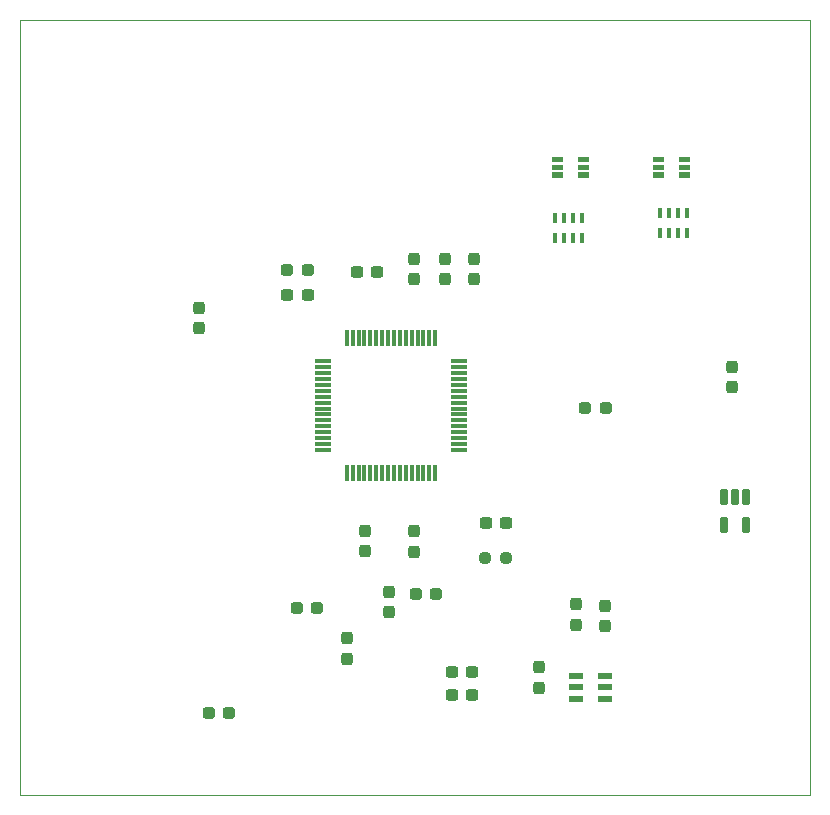
<source format=gbr>
%TF.GenerationSoftware,KiCad,Pcbnew,7.0.10*%
%TF.CreationDate,2024-03-16T23:25:40+05:30*%
%TF.ProjectId,breakout,62726561-6b6f-4757-942e-6b696361645f,rev?*%
%TF.SameCoordinates,Original*%
%TF.FileFunction,Paste,Top*%
%TF.FilePolarity,Positive*%
%FSLAX46Y46*%
G04 Gerber Fmt 4.6, Leading zero omitted, Abs format (unit mm)*
G04 Created by KiCad (PCBNEW 7.0.10) date 2024-03-16 23:25:40*
%MOMM*%
%LPD*%
G01*
G04 APERTURE LIST*
G04 Aperture macros list*
%AMRoundRect*
0 Rectangle with rounded corners*
0 $1 Rounding radius*
0 $2 $3 $4 $5 $6 $7 $8 $9 X,Y pos of 4 corners*
0 Add a 4 corners polygon primitive as box body*
4,1,4,$2,$3,$4,$5,$6,$7,$8,$9,$2,$3,0*
0 Add four circle primitives for the rounded corners*
1,1,$1+$1,$2,$3*
1,1,$1+$1,$4,$5*
1,1,$1+$1,$6,$7*
1,1,$1+$1,$8,$9*
0 Add four rect primitives between the rounded corners*
20,1,$1+$1,$2,$3,$4,$5,0*
20,1,$1+$1,$4,$5,$6,$7,0*
20,1,$1+$1,$6,$7,$8,$9,0*
20,1,$1+$1,$8,$9,$2,$3,0*%
G04 Aperture macros list end*
%ADD10C,0.010000*%
%ADD11RoundRect,0.237500X0.237500X-0.287500X0.237500X0.287500X-0.237500X0.287500X-0.237500X-0.287500X0*%
%ADD12RoundRect,0.237500X0.287500X0.237500X-0.287500X0.237500X-0.287500X-0.237500X0.287500X-0.237500X0*%
%ADD13RoundRect,0.237500X0.300000X0.237500X-0.300000X0.237500X-0.300000X-0.237500X0.300000X-0.237500X0*%
%ADD14R,0.460000X0.890000*%
%ADD15RoundRect,0.237500X0.250000X0.237500X-0.250000X0.237500X-0.250000X-0.237500X0.250000X-0.237500X0*%
%ADD16RoundRect,0.237500X0.237500X-0.300000X0.237500X0.300000X-0.237500X0.300000X-0.237500X-0.300000X0*%
%ADD17R,1.475000X0.300000*%
%ADD18R,0.300000X1.475000*%
%ADD19RoundRect,0.040600X0.564400X0.249400X-0.564400X0.249400X-0.564400X-0.249400X0.564400X-0.249400X0*%
%ADD20RoundRect,0.060000X0.240000X0.615000X-0.240000X0.615000X-0.240000X-0.615000X0.240000X-0.615000X0*%
%ADD21RoundRect,0.237500X-0.237500X0.287500X-0.237500X-0.287500X0.237500X-0.287500X0.237500X0.287500X0*%
%ADD22RoundRect,0.237500X-0.237500X0.300000X-0.237500X-0.300000X0.237500X-0.300000X0.237500X0.300000X0*%
%ADD23RoundRect,0.237500X-0.300000X-0.237500X0.300000X-0.237500X0.300000X0.237500X-0.300000X0.237500X0*%
%TA.AperFunction,Profile*%
%ADD24C,0.050000*%
%TD*%
G04 APERTURE END LIST*
%TO.C,D2*%
D10*
X90529200Y-41293400D02*
X89679200Y-41293400D01*
X89679200Y-40943400D01*
X90529200Y-40943400D01*
X90529200Y-41293400D01*
G36*
X90529200Y-41293400D02*
G01*
X89679200Y-41293400D01*
X89679200Y-40943400D01*
X90529200Y-40943400D01*
X90529200Y-41293400D01*
G37*
X90529200Y-41943400D02*
X89679200Y-41943400D01*
X89679200Y-41593400D01*
X90529200Y-41593400D01*
X90529200Y-41943400D01*
G36*
X90529200Y-41943400D02*
G01*
X89679200Y-41943400D01*
X89679200Y-41593400D01*
X90529200Y-41593400D01*
X90529200Y-41943400D01*
G37*
X90529200Y-42593400D02*
X89679200Y-42593400D01*
X89679200Y-42243400D01*
X90529200Y-42243400D01*
X90529200Y-42593400D01*
G36*
X90529200Y-42593400D02*
G01*
X89679200Y-42593400D01*
X89679200Y-42243400D01*
X90529200Y-42243400D01*
X90529200Y-42593400D01*
G37*
X92729200Y-41293400D02*
X91879200Y-41293400D01*
X91879200Y-40943400D01*
X92729200Y-40943400D01*
X92729200Y-41293400D01*
G36*
X92729200Y-41293400D02*
G01*
X91879200Y-41293400D01*
X91879200Y-40943400D01*
X92729200Y-40943400D01*
X92729200Y-41293400D01*
G37*
X92729200Y-41943400D02*
X91879200Y-41943400D01*
X91879200Y-41593400D01*
X92729200Y-41593400D01*
X92729200Y-41943400D01*
G36*
X92729200Y-41943400D02*
G01*
X91879200Y-41943400D01*
X91879200Y-41593400D01*
X92729200Y-41593400D01*
X92729200Y-41943400D01*
G37*
X92729200Y-42593400D02*
X91879200Y-42593400D01*
X91879200Y-42243400D01*
X92729200Y-42243400D01*
X92729200Y-42593400D01*
G36*
X92729200Y-42593400D02*
G01*
X91879200Y-42593400D01*
X91879200Y-42243400D01*
X92729200Y-42243400D01*
X92729200Y-42593400D01*
G37*
%TO.C,D1*%
X99047300Y-41283000D02*
X98197300Y-41283000D01*
X98197300Y-40933000D01*
X99047300Y-40933000D01*
X99047300Y-41283000D01*
G36*
X99047300Y-41283000D02*
G01*
X98197300Y-41283000D01*
X98197300Y-40933000D01*
X99047300Y-40933000D01*
X99047300Y-41283000D01*
G37*
X99047300Y-41933000D02*
X98197300Y-41933000D01*
X98197300Y-41583000D01*
X99047300Y-41583000D01*
X99047300Y-41933000D01*
G36*
X99047300Y-41933000D02*
G01*
X98197300Y-41933000D01*
X98197300Y-41583000D01*
X99047300Y-41583000D01*
X99047300Y-41933000D01*
G37*
X99047300Y-42583000D02*
X98197300Y-42583000D01*
X98197300Y-42233000D01*
X99047300Y-42233000D01*
X99047300Y-42583000D01*
G36*
X99047300Y-42583000D02*
G01*
X98197300Y-42583000D01*
X98197300Y-42233000D01*
X99047300Y-42233000D01*
X99047300Y-42583000D01*
G37*
X101247300Y-41283000D02*
X100397300Y-41283000D01*
X100397300Y-40933000D01*
X101247300Y-40933000D01*
X101247300Y-41283000D01*
G36*
X101247300Y-41283000D02*
G01*
X100397300Y-41283000D01*
X100397300Y-40933000D01*
X101247300Y-40933000D01*
X101247300Y-41283000D01*
G37*
X101247300Y-41933000D02*
X100397300Y-41933000D01*
X100397300Y-41583000D01*
X101247300Y-41583000D01*
X101247300Y-41933000D01*
G36*
X101247300Y-41933000D02*
G01*
X100397300Y-41933000D01*
X100397300Y-41583000D01*
X101247300Y-41583000D01*
X101247300Y-41933000D01*
G37*
X101247300Y-42583000D02*
X100397300Y-42583000D01*
X100397300Y-42233000D01*
X101247300Y-42233000D01*
X101247300Y-42583000D01*
G36*
X101247300Y-42583000D02*
G01*
X100397300Y-42583000D01*
X100397300Y-42233000D01*
X101247300Y-42233000D01*
X101247300Y-42583000D01*
G37*
%TD*%
D11*
%TO.C,FB11*%
X72300000Y-83425000D03*
X72300000Y-81675000D03*
%TD*%
%TO.C,FB10*%
X104950000Y-60425000D03*
X104950000Y-58675000D03*
%TD*%
D12*
%TO.C,FB9*%
X69825000Y-79100000D03*
X68075000Y-79100000D03*
%TD*%
D13*
%TO.C,C41*%
X74862500Y-50650000D03*
X73137500Y-50650000D03*
%TD*%
D12*
%TO.C,FB4*%
X69025000Y-50500000D03*
X67275000Y-50500000D03*
%TD*%
D14*
%TO.C,C2*%
X92190000Y-46125000D03*
X91430000Y-46125000D03*
X90670000Y-46125000D03*
X89910000Y-46125000D03*
X89910000Y-47775000D03*
X90670000Y-47775000D03*
X91430000Y-47775000D03*
X92190000Y-47775000D03*
%TD*%
%TO.C,C1*%
X101124800Y-45682800D03*
X100364800Y-45682800D03*
X99604800Y-45682800D03*
X98844800Y-45682800D03*
X98844800Y-47332800D03*
X99604800Y-47332800D03*
X100364800Y-47332800D03*
X101124800Y-47332800D03*
%TD*%
D12*
%TO.C,FB3*%
X79900000Y-77950000D03*
X78150000Y-77950000D03*
%TD*%
D15*
%TO.C,R7*%
X85826600Y-74900000D03*
X84001600Y-74900000D03*
%TD*%
D16*
%TO.C,C39*%
X78028800Y-51262500D03*
X78028800Y-49537500D03*
%TD*%
D17*
%TO.C,U5*%
X81785600Y-65726000D03*
X81785600Y-65226000D03*
X81785600Y-64726000D03*
X81785600Y-64226000D03*
X81785600Y-63726000D03*
X81785600Y-63226000D03*
X81785600Y-62726000D03*
X81785600Y-62226000D03*
X81785600Y-61726000D03*
X81785600Y-61226000D03*
X81785600Y-60726000D03*
X81785600Y-60226000D03*
X81785600Y-59726000D03*
X81785600Y-59226000D03*
X81785600Y-58726000D03*
X81785600Y-58226000D03*
D18*
X79797600Y-56238000D03*
X79297600Y-56238000D03*
X78797600Y-56238000D03*
X78297600Y-56238000D03*
X77797600Y-56238000D03*
X77297600Y-56238000D03*
X76797600Y-56238000D03*
X76297600Y-56238000D03*
X75797600Y-56238000D03*
X75297600Y-56238000D03*
X74797600Y-56238000D03*
X74297600Y-56238000D03*
X73797600Y-56238000D03*
X73297600Y-56238000D03*
X72797600Y-56238000D03*
X72297600Y-56238000D03*
D17*
X70309600Y-58226000D03*
X70309600Y-58726000D03*
X70309600Y-59226000D03*
X70309600Y-59726000D03*
X70309600Y-60226000D03*
X70309600Y-60726000D03*
X70309600Y-61226000D03*
X70309600Y-61726000D03*
X70309600Y-62226000D03*
X70309600Y-62726000D03*
X70309600Y-63226000D03*
X70309600Y-63726000D03*
X70309600Y-64226000D03*
X70309600Y-64726000D03*
X70309600Y-65226000D03*
X70309600Y-65726000D03*
D18*
X72297600Y-67714000D03*
X72797600Y-67714000D03*
X73297600Y-67714000D03*
X73797600Y-67714000D03*
X74297600Y-67714000D03*
X74797600Y-67714000D03*
X75297600Y-67714000D03*
X75797600Y-67714000D03*
X76297600Y-67714000D03*
X76797600Y-67714000D03*
X77297600Y-67714000D03*
X77797600Y-67714000D03*
X78297600Y-67714000D03*
X78797600Y-67714000D03*
X79297600Y-67714000D03*
X79797600Y-67714000D03*
%TD*%
D12*
%TO.C,FB5*%
X94225000Y-62150000D03*
X92475000Y-62150000D03*
%TD*%
D19*
%TO.C,U4*%
X94193600Y-86788000D03*
X94193600Y-85838000D03*
X94193600Y-84888000D03*
X91683600Y-84888000D03*
X91683600Y-85838000D03*
X91683600Y-86788000D03*
%TD*%
D16*
%TO.C,C31*%
X94186700Y-80679500D03*
X94186700Y-78954500D03*
%TD*%
%TO.C,C10*%
X88595200Y-85861200D03*
X88595200Y-84136200D03*
%TD*%
%TO.C,C23*%
X73850000Y-74311400D03*
X73850000Y-72586400D03*
%TD*%
D12*
%TO.C,FB6*%
X62375000Y-88000000D03*
X60625000Y-88000000D03*
%TD*%
D16*
%TO.C,C43*%
X78000000Y-74350000D03*
X78000000Y-72625000D03*
%TD*%
D20*
%TO.C,U1*%
X106131400Y-69706400D03*
X105181400Y-69706400D03*
X104231400Y-69706400D03*
X104231400Y-72076400D03*
X106131400Y-72076400D03*
%TD*%
D13*
%TO.C,C11*%
X82929900Y-86473000D03*
X81204900Y-86473000D03*
%TD*%
D21*
%TO.C,FB7*%
X59800000Y-53675000D03*
X59800000Y-55425000D03*
%TD*%
D22*
%TO.C,C30*%
X75850000Y-77725000D03*
X75850000Y-79450000D03*
%TD*%
D11*
%TO.C,FB1*%
X83050000Y-51275000D03*
X83050000Y-49525000D03*
%TD*%
D13*
%TO.C,C12*%
X82929900Y-84568000D03*
X81204900Y-84568000D03*
%TD*%
%TO.C,C27*%
X68987500Y-52587500D03*
X67262500Y-52587500D03*
%TD*%
D22*
%TO.C,C45*%
X80650000Y-49537500D03*
X80650000Y-51262500D03*
%TD*%
%TO.C,C32*%
X91697500Y-78802100D03*
X91697500Y-80527100D03*
%TD*%
D23*
%TO.C,C46*%
X84051600Y-71958200D03*
X85776600Y-71958200D03*
%TD*%
D24*
X44642800Y-29311600D02*
X111507000Y-29311600D01*
X111507000Y-94973400D01*
X44642800Y-94973400D01*
X44642800Y-29311600D01*
M02*

</source>
